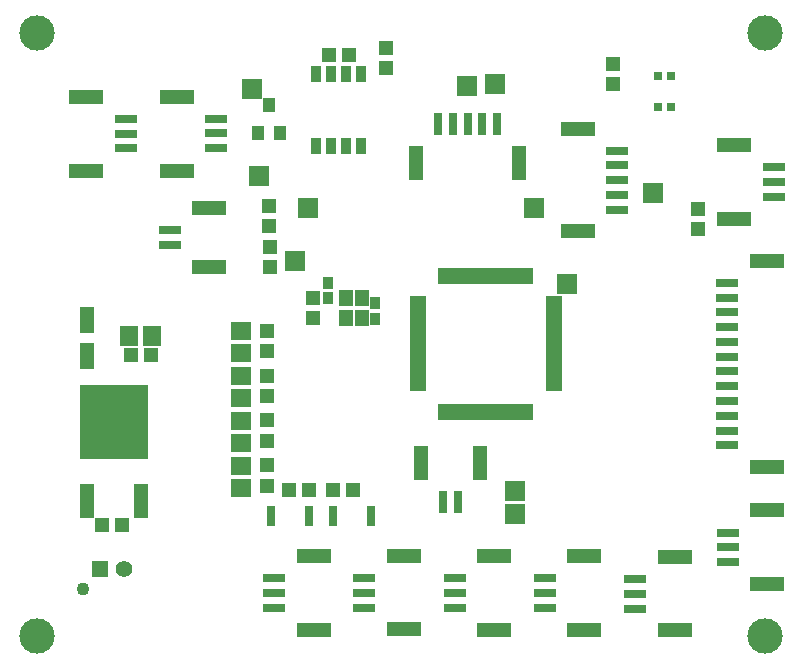
<source format=gbr>
G04 DipTrace 3.2.0.0*
G04 armboard1_layout_12PINCONNECTOR_TopMask.gbr*
%MOMM*%
G04 #@! TF.FileFunction,Soldermask,Top*
G04 #@! TF.Part,Single*
%ADD46C,3.0*%
%ADD47C,1.1*%
%ADD49R,1.2X1.4*%
%ADD51R,5.75X6.35*%
%ADD53R,1.2X2.95*%
%ADD55R,0.962X1.343*%
%ADD57R,0.5X1.4*%
%ADD59R,1.4X0.5*%
%ADD61R,0.77X0.68*%
%ADD63C,1.4*%
%ADD65R,1.4X1.4*%
%ADD67R,0.8X1.9*%
%ADD69R,1.2X3.0*%
%ADD71R,1.9X0.8*%
%ADD73R,3.0X1.2*%
%ADD75R,1.5X1.7*%
%ADD77R,1.7X1.5*%
%ADD79R,1.0X1.25*%
%ADD81R,0.9X1.1*%
%ADD83R,1.2X2.2*%
%ADD85R,1.2X1.3*%
%ADD87R,1.3X1.2*%
%ADD89R,0.75X1.7*%
%ADD91R,1.7X1.7*%
%FSLAX35Y35*%
G04*
G71*
G90*
G75*
G01*
G04 TopMask*
%LPD*%
D91*
X250000Y-1530000D3*
Y-1340000D3*
D89*
X-1495167Y-1544467D3*
X-1820167D3*
X-1295167D3*
X-970167D3*
D83*
X-3374337Y108763D3*
Y-191237D3*
D81*
X-1337860Y427757D3*
Y297757D3*
X-941027Y253150D3*
Y123150D3*
D85*
X1074983Y2278310D3*
Y2108310D3*
D87*
X-1158757Y2351250D3*
X-1328757D3*
X-3247333Y-1625567D3*
X-3077333D3*
D91*
X-1920000Y1330000D3*
X-1980000Y2070000D3*
D79*
X-1927580Y1690927D3*
X-1737580D3*
X-1832580Y1930927D3*
D77*
X-2075117Y-548490D3*
Y-358490D3*
Y-929490D3*
Y-739490D3*
Y-1310490D3*
Y-1120490D3*
Y-167490D3*
Y22510D3*
D75*
X-2827327Y-22057D3*
X-3017327D3*
D46*
X-3800000Y2540000D3*
Y-2566513D3*
X2362660Y2540000D3*
Y-2566513D3*
D91*
X-1504373Y1060000D3*
X-1611997Y607980D3*
D73*
X2380587Y-1134200D3*
Y610800D3*
D71*
X2045587Y-199200D3*
Y-824200D3*
Y-699200D3*
Y-949200D3*
Y-574200D3*
Y-449200D3*
Y-74200D3*
Y-324200D3*
Y50800D3*
Y175800D3*
Y300800D3*
Y425800D3*
D73*
X-2341257Y563310D3*
Y1063310D3*
D71*
X-2676257Y748310D3*
Y873310D3*
D73*
X-1457093Y-2508900D3*
Y-1883900D3*
D71*
X-1792093Y-2323900D3*
Y-2198900D3*
Y-2073900D3*
D73*
X-691700Y-2508660D3*
Y-1883660D3*
D71*
X-1026700Y-2323660D3*
Y-2198660D3*
Y-2073660D3*
D73*
X71103Y-2510230D3*
Y-1885230D3*
D71*
X-263897Y-2325230D3*
Y-2200230D3*
Y-2075230D3*
D73*
X833713Y-2511137D3*
Y-1886137D3*
D71*
X498713Y-2326137D3*
Y-2201137D3*
Y-2076137D3*
D73*
X1602637Y-2516530D3*
Y-1891530D3*
D71*
X1267637Y-2331530D3*
Y-2206530D3*
Y-2081530D3*
D73*
X2383197Y-2124560D3*
Y-1499560D3*
D71*
X2048197Y-1939560D3*
Y-1814560D3*
Y-1689560D3*
D73*
X2103597Y1591317D3*
Y966317D3*
D71*
X2438597Y1406317D3*
Y1281317D3*
Y1156317D3*
D69*
X-587957Y1438053D3*
X282043D3*
D67*
X-277957Y1773053D3*
X-152957D3*
X-402957D3*
X-27957D3*
X97043D3*
D73*
X-2614573Y2000927D3*
Y1375927D3*
D71*
X-2279573Y1815927D3*
Y1690927D3*
Y1565927D3*
D73*
X778377Y1731297D3*
Y861297D3*
D71*
X1113377Y1421297D3*
Y1296297D3*
Y1546297D3*
Y1171297D3*
Y1046297D3*
D65*
X-3262293Y-1994537D3*
D63*
X-3062293D3*
D47*
X-3412293Y-2164537D3*
D69*
X-47623Y-1095377D3*
X-547623D3*
D67*
X-232623Y-1430377D3*
X-357623D3*
D73*
X-3381373Y2000250D3*
Y1375250D3*
D71*
X-3046373Y1815250D3*
Y1690250D3*
Y1565250D3*
D87*
X-1125167Y-1324467D3*
X-1295167D3*
X-1665167D3*
X-1495167D3*
D85*
X-1834287Y903310D3*
Y1073310D3*
X-1830017Y729903D3*
Y559903D3*
X-1852857Y-1289990D3*
Y-1119990D3*
Y-908990D3*
Y-738990D3*
X-1852860Y-532613D3*
Y-362613D3*
Y-151613D3*
Y18387D3*
X-1464847Y126163D3*
Y296163D3*
X-847927Y2244857D3*
Y2414857D3*
D87*
X-2834587Y-181820D3*
X-3004587D3*
D85*
X1797027Y880913D3*
Y1050913D3*
D61*
X1570770Y1918450D3*
Y2180450D3*
X1454770Y1918450D3*
Y2180450D3*
D91*
X690000Y420000D3*
X1419953Y1190000D3*
D59*
X-575663Y286373D3*
Y236373D3*
Y186373D3*
Y136373D3*
Y86373D3*
Y36373D3*
Y-13627D3*
Y-63627D3*
Y-113627D3*
Y-163627D3*
Y-213627D3*
Y-263627D3*
Y-313627D3*
Y-363627D3*
Y-413627D3*
Y-463627D3*
D57*
X-375663Y-663627D3*
X-325663D3*
X-275663D3*
X-225663D3*
X-175663D3*
X-125663D3*
X-75663D3*
X-25663D3*
X24337D3*
X74337D3*
X124337D3*
X174337D3*
X224337D3*
X274337D3*
X324337D3*
X374337D3*
D59*
X574337Y-463627D3*
Y-413627D3*
Y-363627D3*
Y-313627D3*
Y-263627D3*
Y-213627D3*
Y-163627D3*
Y-113627D3*
Y-63627D3*
Y-13627D3*
Y36373D3*
Y86373D3*
Y136373D3*
Y186373D3*
Y236373D3*
Y286373D3*
D57*
X374337Y486373D3*
X324337D3*
X274337D3*
X224337D3*
X174337D3*
X124337D3*
X74337D3*
X24337D3*
X-25663D3*
X-75663D3*
X-125663D3*
X-175663D3*
X-225663D3*
X-275663D3*
X-325663D3*
X-375663D3*
D55*
X-1058137Y2194483D3*
X-1185137D3*
X-1312137D3*
X-1439137D3*
Y1583617D3*
X-1312137D3*
X-1185137D3*
X-1058137D3*
D53*
X-3373420Y-1423030D3*
X-2917420D3*
D51*
X-3145420Y-753030D3*
D91*
X-160000Y2096337D3*
X80000Y2106337D3*
X410000Y1062750D3*
D49*
X-1179097Y130453D3*
X-1049097D3*
X-1179097Y300453D3*
X-1049097D3*
M02*

</source>
